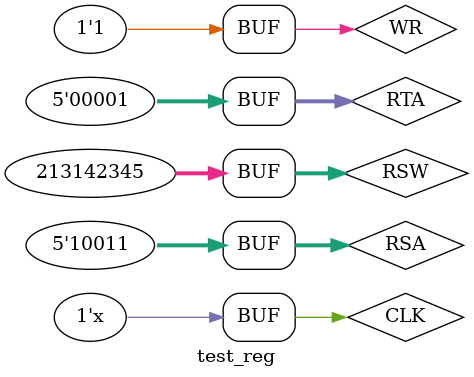
<source format=v>
`timescale 1ns / 1ps


module test_reg;

	// Inputs
	reg [4:0] RSA;
	reg [4:0] RTA;
	reg WR;
	reg CLK;
	reg [31:0] RSW;

	// Outputs
	wire [31:0] RSR;
	wire [31:0] RTR;

	// Instantiate the Unit Under Test (UUT)
	REGISTER_FILE uut (
		.RSA(RSA), 
		.RTA(RTA), 
		.WR(WR), 
		.CLK(CLK), 
		.RSW(RSW), 
		.RSR(RSR), 
		.RTR(RTR)
	);
	
	always #10 CLK = ~CLK;

	initial begin
		// Initialize Inputs
		RSA = 0;
		RTA = 0;
		WR = 1;
		CLK = 1;
		RSW = 32'd56;
		
		// Wait 100 ns for global reset to finish
		
		#20
		RSA = 5'd1;
		RSW = 32'd64;
		RTA = 5'd0;
		
		#20
		RSA = 5'd19;
		RSW = 32'd213142345;
		
		#8
		RTA = 1;
		
		
		
		
        
		// Add stimulus here

	end
      
endmodule


</source>
